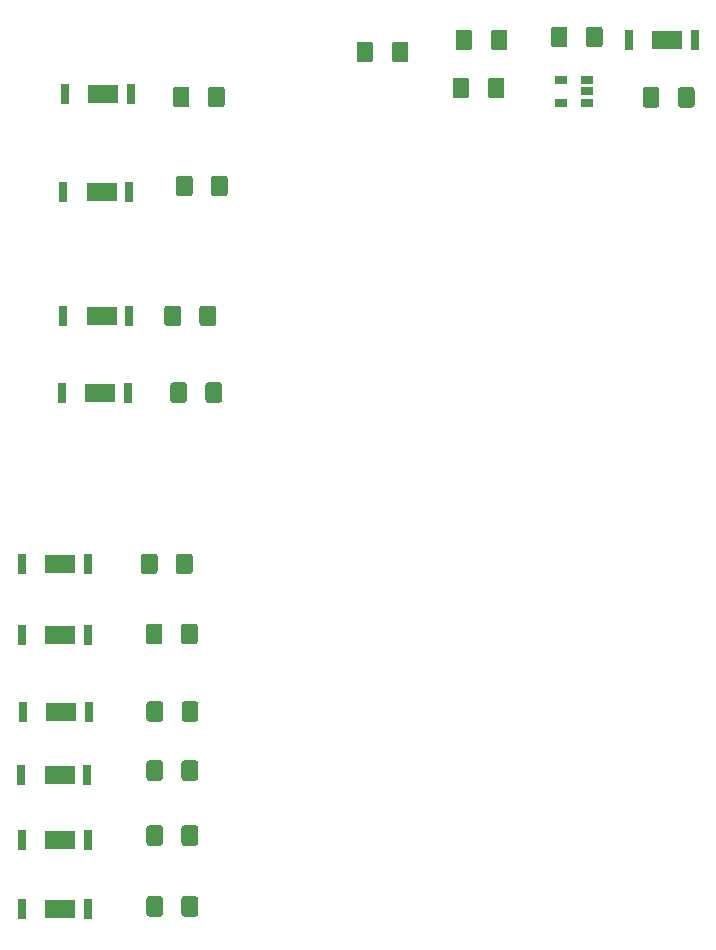
<source format=gbr>
%TF.GenerationSoftware,KiCad,Pcbnew,(5.1.6)-1*%
%TF.CreationDate,2020-06-19T21:21:41-04:00*%
%TF.ProjectId,TrialBBConversion,54726961-6c42-4424-936f-6e7665727369,rev?*%
%TF.SameCoordinates,Original*%
%TF.FileFunction,Paste,Top*%
%TF.FilePolarity,Positive*%
%FSLAX46Y46*%
G04 Gerber Fmt 4.6, Leading zero omitted, Abs format (unit mm)*
G04 Created by KiCad (PCBNEW (5.1.6)-1) date 2020-06-19 21:21:41*
%MOMM*%
%LPD*%
G01*
G04 APERTURE LIST*
%ADD10R,2.500000X1.500000*%
%ADD11R,0.700000X1.800000*%
%ADD12R,1.060000X0.650000*%
G04 APERTURE END LIST*
%TO.C,R13*%
G36*
G01*
X142237500Y-101875000D02*
X142237500Y-103125000D01*
G75*
G02*
X141987500Y-103375000I-250000J0D01*
G01*
X141062500Y-103375000D01*
G75*
G02*
X140812500Y-103125000I0J250000D01*
G01*
X140812500Y-101875000D01*
G75*
G02*
X141062500Y-101625000I250000J0D01*
G01*
X141987500Y-101625000D01*
G75*
G02*
X142237500Y-101875000I0J-250000D01*
G01*
G37*
G36*
G01*
X145212500Y-101875000D02*
X145212500Y-103125000D01*
G75*
G02*
X144962500Y-103375000I-250000J0D01*
G01*
X144037500Y-103375000D01*
G75*
G02*
X143787500Y-103125000I0J250000D01*
G01*
X143787500Y-101875000D01*
G75*
G02*
X144037500Y-101625000I250000J0D01*
G01*
X144962500Y-101625000D01*
G75*
G02*
X145212500Y-101875000I0J-250000D01*
G01*
G37*
%TD*%
%TO.C,R12*%
G36*
G01*
X141737500Y-95375000D02*
X141737500Y-96625000D01*
G75*
G02*
X141487500Y-96875000I-250000J0D01*
G01*
X140562500Y-96875000D01*
G75*
G02*
X140312500Y-96625000I0J250000D01*
G01*
X140312500Y-95375000D01*
G75*
G02*
X140562500Y-95125000I250000J0D01*
G01*
X141487500Y-95125000D01*
G75*
G02*
X141737500Y-95375000I0J-250000D01*
G01*
G37*
G36*
G01*
X144712500Y-95375000D02*
X144712500Y-96625000D01*
G75*
G02*
X144462500Y-96875000I-250000J0D01*
G01*
X143537500Y-96875000D01*
G75*
G02*
X143287500Y-96625000I0J250000D01*
G01*
X143287500Y-95375000D01*
G75*
G02*
X143537500Y-95125000I250000J0D01*
G01*
X144462500Y-95125000D01*
G75*
G02*
X144712500Y-95375000I0J-250000D01*
G01*
G37*
%TD*%
%TO.C,R2*%
G36*
G01*
X142712500Y-84375000D02*
X142712500Y-85625000D01*
G75*
G02*
X142462500Y-85875000I-250000J0D01*
G01*
X141537500Y-85875000D01*
G75*
G02*
X141287500Y-85625000I0J250000D01*
G01*
X141287500Y-84375000D01*
G75*
G02*
X141537500Y-84125000I250000J0D01*
G01*
X142462500Y-84125000D01*
G75*
G02*
X142712500Y-84375000I0J-250000D01*
G01*
G37*
G36*
G01*
X145687500Y-84375000D02*
X145687500Y-85625000D01*
G75*
G02*
X145437500Y-85875000I-250000J0D01*
G01*
X144512500Y-85875000D01*
G75*
G02*
X144262500Y-85625000I0J250000D01*
G01*
X144262500Y-84375000D01*
G75*
G02*
X144512500Y-84125000I250000J0D01*
G01*
X145437500Y-84125000D01*
G75*
G02*
X145687500Y-84375000I0J-250000D01*
G01*
G37*
%TD*%
%TO.C,R1*%
G36*
G01*
X143994500Y-78095000D02*
X143994500Y-76845000D01*
G75*
G02*
X144244500Y-76595000I250000J0D01*
G01*
X145169500Y-76595000D01*
G75*
G02*
X145419500Y-76845000I0J-250000D01*
G01*
X145419500Y-78095000D01*
G75*
G02*
X145169500Y-78345000I-250000J0D01*
G01*
X144244500Y-78345000D01*
G75*
G02*
X143994500Y-78095000I0J250000D01*
G01*
G37*
G36*
G01*
X141019500Y-78095000D02*
X141019500Y-76845000D01*
G75*
G02*
X141269500Y-76595000I250000J0D01*
G01*
X142194500Y-76595000D01*
G75*
G02*
X142444500Y-76845000I0J-250000D01*
G01*
X142444500Y-78095000D01*
G75*
G02*
X142194500Y-78345000I-250000J0D01*
G01*
X141269500Y-78345000D01*
G75*
G02*
X141019500Y-78095000I0J250000D01*
G01*
G37*
%TD*%
D10*
%TO.C,D11*%
X134874000Y-102500000D03*
D11*
X131624000Y-102500000D03*
X137224000Y-102500000D03*
%TD*%
D10*
%TO.C,D10*%
X135000000Y-96000000D03*
D11*
X131750000Y-96000000D03*
X137350000Y-96000000D03*
%TD*%
D10*
%TO.C,D2*%
X135000000Y-85500000D03*
D11*
X131750000Y-85500000D03*
X137350000Y-85500000D03*
%TD*%
D10*
%TO.C,D1*%
X135128000Y-77216000D03*
D11*
X131878000Y-77216000D03*
X137478000Y-77216000D03*
%TD*%
%TO.C,R11*%
G36*
G01*
X183787500Y-78125000D02*
X183787500Y-76875000D01*
G75*
G02*
X184037500Y-76625000I250000J0D01*
G01*
X184962500Y-76625000D01*
G75*
G02*
X185212500Y-76875000I0J-250000D01*
G01*
X185212500Y-78125000D01*
G75*
G02*
X184962500Y-78375000I-250000J0D01*
G01*
X184037500Y-78375000D01*
G75*
G02*
X183787500Y-78125000I0J250000D01*
G01*
G37*
G36*
G01*
X180812500Y-78125000D02*
X180812500Y-76875000D01*
G75*
G02*
X181062500Y-76625000I250000J0D01*
G01*
X181987500Y-76625000D01*
G75*
G02*
X182237500Y-76875000I0J-250000D01*
G01*
X182237500Y-78125000D01*
G75*
G02*
X181987500Y-78375000I-250000J0D01*
G01*
X181062500Y-78375000D01*
G75*
G02*
X180812500Y-78125000I0J250000D01*
G01*
G37*
%TD*%
%TO.C,R10*%
G36*
G01*
X140212500Y-145375000D02*
X140212500Y-146625000D01*
G75*
G02*
X139962500Y-146875000I-250000J0D01*
G01*
X139037500Y-146875000D01*
G75*
G02*
X138787500Y-146625000I0J250000D01*
G01*
X138787500Y-145375000D01*
G75*
G02*
X139037500Y-145125000I250000J0D01*
G01*
X139962500Y-145125000D01*
G75*
G02*
X140212500Y-145375000I0J-250000D01*
G01*
G37*
G36*
G01*
X143187500Y-145375000D02*
X143187500Y-146625000D01*
G75*
G02*
X142937500Y-146875000I-250000J0D01*
G01*
X142012500Y-146875000D01*
G75*
G02*
X141762500Y-146625000I0J250000D01*
G01*
X141762500Y-145375000D01*
G75*
G02*
X142012500Y-145125000I250000J0D01*
G01*
X142937500Y-145125000D01*
G75*
G02*
X143187500Y-145375000I0J-250000D01*
G01*
G37*
%TD*%
%TO.C,R9*%
G36*
G01*
X140212500Y-139375000D02*
X140212500Y-140625000D01*
G75*
G02*
X139962500Y-140875000I-250000J0D01*
G01*
X139037500Y-140875000D01*
G75*
G02*
X138787500Y-140625000I0J250000D01*
G01*
X138787500Y-139375000D01*
G75*
G02*
X139037500Y-139125000I250000J0D01*
G01*
X139962500Y-139125000D01*
G75*
G02*
X140212500Y-139375000I0J-250000D01*
G01*
G37*
G36*
G01*
X143187500Y-139375000D02*
X143187500Y-140625000D01*
G75*
G02*
X142937500Y-140875000I-250000J0D01*
G01*
X142012500Y-140875000D01*
G75*
G02*
X141762500Y-140625000I0J250000D01*
G01*
X141762500Y-139375000D01*
G75*
G02*
X142012500Y-139125000I250000J0D01*
G01*
X142937500Y-139125000D01*
G75*
G02*
X143187500Y-139375000I0J-250000D01*
G01*
G37*
%TD*%
%TO.C,R6*%
G36*
G01*
X140212500Y-133875000D02*
X140212500Y-135125000D01*
G75*
G02*
X139962500Y-135375000I-250000J0D01*
G01*
X139037500Y-135375000D01*
G75*
G02*
X138787500Y-135125000I0J250000D01*
G01*
X138787500Y-133875000D01*
G75*
G02*
X139037500Y-133625000I250000J0D01*
G01*
X139962500Y-133625000D01*
G75*
G02*
X140212500Y-133875000I0J-250000D01*
G01*
G37*
G36*
G01*
X143187500Y-133875000D02*
X143187500Y-135125000D01*
G75*
G02*
X142937500Y-135375000I-250000J0D01*
G01*
X142012500Y-135375000D01*
G75*
G02*
X141762500Y-135125000I0J250000D01*
G01*
X141762500Y-133875000D01*
G75*
G02*
X142012500Y-133625000I250000J0D01*
G01*
X142937500Y-133625000D01*
G75*
G02*
X143187500Y-133875000I0J-250000D01*
G01*
G37*
%TD*%
%TO.C,R5*%
G36*
G01*
X140225000Y-128875000D02*
X140225000Y-130125000D01*
G75*
G02*
X139975000Y-130375000I-250000J0D01*
G01*
X139050000Y-130375000D01*
G75*
G02*
X138800000Y-130125000I0J250000D01*
G01*
X138800000Y-128875000D01*
G75*
G02*
X139050000Y-128625000I250000J0D01*
G01*
X139975000Y-128625000D01*
G75*
G02*
X140225000Y-128875000I0J-250000D01*
G01*
G37*
G36*
G01*
X143200000Y-128875000D02*
X143200000Y-130125000D01*
G75*
G02*
X142950000Y-130375000I-250000J0D01*
G01*
X142025000Y-130375000D01*
G75*
G02*
X141775000Y-130125000I0J250000D01*
G01*
X141775000Y-128875000D01*
G75*
G02*
X142025000Y-128625000I250000J0D01*
G01*
X142950000Y-128625000D01*
G75*
G02*
X143200000Y-128875000I0J-250000D01*
G01*
G37*
%TD*%
%TO.C,R4*%
G36*
G01*
X140158500Y-122311000D02*
X140158500Y-123561000D01*
G75*
G02*
X139908500Y-123811000I-250000J0D01*
G01*
X138983500Y-123811000D01*
G75*
G02*
X138733500Y-123561000I0J250000D01*
G01*
X138733500Y-122311000D01*
G75*
G02*
X138983500Y-122061000I250000J0D01*
G01*
X139908500Y-122061000D01*
G75*
G02*
X140158500Y-122311000I0J-250000D01*
G01*
G37*
G36*
G01*
X143133500Y-122311000D02*
X143133500Y-123561000D01*
G75*
G02*
X142883500Y-123811000I-250000J0D01*
G01*
X141958500Y-123811000D01*
G75*
G02*
X141708500Y-123561000I0J250000D01*
G01*
X141708500Y-122311000D01*
G75*
G02*
X141958500Y-122061000I250000J0D01*
G01*
X142883500Y-122061000D01*
G75*
G02*
X143133500Y-122311000I0J-250000D01*
G01*
G37*
%TD*%
%TO.C,R3*%
G36*
G01*
X139737500Y-116375000D02*
X139737500Y-117625000D01*
G75*
G02*
X139487500Y-117875000I-250000J0D01*
G01*
X138562500Y-117875000D01*
G75*
G02*
X138312500Y-117625000I0J250000D01*
G01*
X138312500Y-116375000D01*
G75*
G02*
X138562500Y-116125000I250000J0D01*
G01*
X139487500Y-116125000D01*
G75*
G02*
X139737500Y-116375000I0J-250000D01*
G01*
G37*
G36*
G01*
X142712500Y-116375000D02*
X142712500Y-117625000D01*
G75*
G02*
X142462500Y-117875000I-250000J0D01*
G01*
X141537500Y-117875000D01*
G75*
G02*
X141287500Y-117625000I0J250000D01*
G01*
X141287500Y-116375000D01*
G75*
G02*
X141537500Y-116125000I250000J0D01*
G01*
X142462500Y-116125000D01*
G75*
G02*
X142712500Y-116375000I0J-250000D01*
G01*
G37*
%TD*%
D10*
%TO.C,D9*%
X182880000Y-72644000D03*
D11*
X179630000Y-72644000D03*
X185230000Y-72644000D03*
%TD*%
D10*
%TO.C,D8*%
X131500000Y-146177000D03*
D11*
X128250000Y-146177000D03*
X133850000Y-146177000D03*
%TD*%
D10*
%TO.C,D7*%
X131500000Y-140335000D03*
D11*
X128250000Y-140335000D03*
X133850000Y-140335000D03*
%TD*%
D10*
%TO.C,D6*%
X131445000Y-134874000D03*
D11*
X128195000Y-134874000D03*
X133795000Y-134874000D03*
%TD*%
D10*
%TO.C,D5*%
X131600000Y-129500000D03*
D11*
X128350000Y-129500000D03*
X133950000Y-129500000D03*
%TD*%
D10*
%TO.C,D4*%
X131500000Y-123000000D03*
D11*
X128250000Y-123000000D03*
X133850000Y-123000000D03*
%TD*%
D10*
%TO.C,D3*%
X131500000Y-117000000D03*
D11*
X128250000Y-117000000D03*
X133850000Y-117000000D03*
%TD*%
D12*
%TO.C,U4*%
X173900000Y-77950000D03*
X173900000Y-76050000D03*
X176100000Y-76050000D03*
X176100000Y-77000000D03*
X176100000Y-77950000D03*
%TD*%
%TO.C,R8*%
G36*
G01*
X159561500Y-74285000D02*
X159561500Y-73035000D01*
G75*
G02*
X159811500Y-72785000I250000J0D01*
G01*
X160736500Y-72785000D01*
G75*
G02*
X160986500Y-73035000I0J-250000D01*
G01*
X160986500Y-74285000D01*
G75*
G02*
X160736500Y-74535000I-250000J0D01*
G01*
X159811500Y-74535000D01*
G75*
G02*
X159561500Y-74285000I0J250000D01*
G01*
G37*
G36*
G01*
X156586500Y-74285000D02*
X156586500Y-73035000D01*
G75*
G02*
X156836500Y-72785000I250000J0D01*
G01*
X157761500Y-72785000D01*
G75*
G02*
X158011500Y-73035000I0J-250000D01*
G01*
X158011500Y-74285000D01*
G75*
G02*
X157761500Y-74535000I-250000J0D01*
G01*
X156836500Y-74535000D01*
G75*
G02*
X156586500Y-74285000I0J250000D01*
G01*
G37*
%TD*%
%TO.C,R7*%
G36*
G01*
X167689500Y-77333000D02*
X167689500Y-76083000D01*
G75*
G02*
X167939500Y-75833000I250000J0D01*
G01*
X168864500Y-75833000D01*
G75*
G02*
X169114500Y-76083000I0J-250000D01*
G01*
X169114500Y-77333000D01*
G75*
G02*
X168864500Y-77583000I-250000J0D01*
G01*
X167939500Y-77583000D01*
G75*
G02*
X167689500Y-77333000I0J250000D01*
G01*
G37*
G36*
G01*
X164714500Y-77333000D02*
X164714500Y-76083000D01*
G75*
G02*
X164964500Y-75833000I250000J0D01*
G01*
X165889500Y-75833000D01*
G75*
G02*
X166139500Y-76083000I0J-250000D01*
G01*
X166139500Y-77333000D01*
G75*
G02*
X165889500Y-77583000I-250000J0D01*
G01*
X164964500Y-77583000D01*
G75*
G02*
X164714500Y-77333000I0J250000D01*
G01*
G37*
%TD*%
%TO.C,C2*%
G36*
G01*
X175998500Y-73015000D02*
X175998500Y-71765000D01*
G75*
G02*
X176248500Y-71515000I250000J0D01*
G01*
X177173500Y-71515000D01*
G75*
G02*
X177423500Y-71765000I0J-250000D01*
G01*
X177423500Y-73015000D01*
G75*
G02*
X177173500Y-73265000I-250000J0D01*
G01*
X176248500Y-73265000D01*
G75*
G02*
X175998500Y-73015000I0J250000D01*
G01*
G37*
G36*
G01*
X173023500Y-73015000D02*
X173023500Y-71765000D01*
G75*
G02*
X173273500Y-71515000I250000J0D01*
G01*
X174198500Y-71515000D01*
G75*
G02*
X174448500Y-71765000I0J-250000D01*
G01*
X174448500Y-73015000D01*
G75*
G02*
X174198500Y-73265000I-250000J0D01*
G01*
X173273500Y-73265000D01*
G75*
G02*
X173023500Y-73015000I0J250000D01*
G01*
G37*
%TD*%
%TO.C,C1*%
G36*
G01*
X166393500Y-72019000D02*
X166393500Y-73269000D01*
G75*
G02*
X166143500Y-73519000I-250000J0D01*
G01*
X165218500Y-73519000D01*
G75*
G02*
X164968500Y-73269000I0J250000D01*
G01*
X164968500Y-72019000D01*
G75*
G02*
X165218500Y-71769000I250000J0D01*
G01*
X166143500Y-71769000D01*
G75*
G02*
X166393500Y-72019000I0J-250000D01*
G01*
G37*
G36*
G01*
X169368500Y-72019000D02*
X169368500Y-73269000D01*
G75*
G02*
X169118500Y-73519000I-250000J0D01*
G01*
X168193500Y-73519000D01*
G75*
G02*
X167943500Y-73269000I0J250000D01*
G01*
X167943500Y-72019000D01*
G75*
G02*
X168193500Y-71769000I250000J0D01*
G01*
X169118500Y-71769000D01*
G75*
G02*
X169368500Y-72019000I0J-250000D01*
G01*
G37*
%TD*%
M02*

</source>
